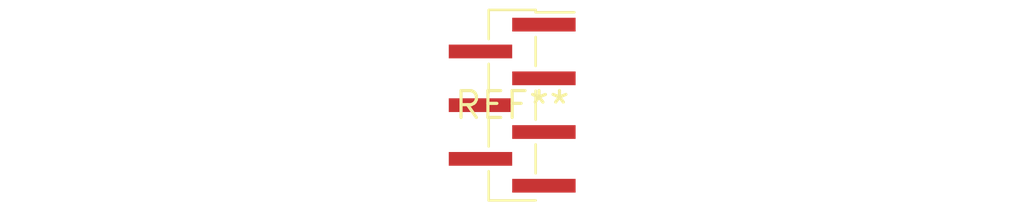
<source format=kicad_pcb>
(kicad_pcb (version 20240108) (generator pcbnew)
  (layers (0 "F.Cu" signal) (31 "B.Cu" signal) (34 "B.Paste" user) (35 "F.Paste" user) (36 "B.SilkS" user "B.Silkscreen") (37 "F.SilkS" user "F.Silkscreen") (38 "B.Mask" user) (39 "F.Mask" user) (44 "Edge.Cuts" user))
  (net 0 "")
  (footprint "PinHeader_1x07_P1.27mm_Vertical_SMD_Pin1Right" (layer "F.Cu") (at 0 0)
    (property "Reference" "REF**")
    (property "Value" "PinHeader_1x07_P1.27mm_Vertical_SMD_Pin1Right")
    (fp_line (start -1.11 -4.505) (end 1.11 -4.505) (layer "F.SilkS") (stroke (width 0.12)))
    (fp_line (start -1.11 -4.495) (end -1.11 -3.125) (layer "F.SilkS") (stroke (width 0.12)))
    (fp_line (start -1.11 -1.955) (end -1.11 -0.585) (layer "F.SilkS") (stroke (width 0.12)))
    (fp_line (start -1.11 0.585) (end -1.11 1.955) (layer "F.SilkS") (stroke (width 0.12)))
    (fp_line (start -1.11 3.125) (end -1.11 4.495) (layer "F.SilkS") (stroke (width 0.12)))
    (fp_line (start -1.11 4.395) (end -1.11 4.505) (layer "F.SilkS") (stroke (width 0.12)))
    (fp_line (start -1.11 4.505) (end 1.11 4.505) (layer "F.SilkS") (stroke (width 0.12)))
    (fp_line (start 1.11 -4.505) (end 1.11 -4.395) (layer "F.SilkS") (stroke (width 0.12)))
    (fp_line (start 1.11 -4.395) (end 2.94 -4.395) (layer "F.SilkS") (stroke (width 0.12)))
    (fp_line (start 1.11 -3.225) (end 1.11 -1.855) (layer "F.SilkS") (stroke (width 0.12)))
    (fp_line (start 1.11 -0.685) (end 1.11 0.685) (layer "F.SilkS") (stroke (width 0.12)))
    (fp_line (start 1.11 1.855) (end 1.11 3.225) (layer "F.SilkS") (stroke (width 0.12)))
    (pad "1" smd rect (at 1.5 -3.81) (size 3 0.65) (layers "F.Cu" "F.Paste" "F.Mask"))
    (pad "2" smd rect (at -1.5 -2.54) (size 3 0.65) (layers "F.Cu" "F.Paste" "F.Mask"))
    (pad "3" smd rect (at 1.5 -1.27) (size 3 0.65) (layers "F.Cu" "F.Paste" "F.Mask"))
    (pad "4" smd rect (at -1.5 0) (size 3 0.65) (layers "F.Cu" "F.Paste" "F.Mask"))
    (pad "5" smd rect (at 1.5 1.27) (size 3 0.65) (layers "F.Cu" "F.Paste" "F.Mask"))
    (pad "6" smd rect (at -1.5 2.54) (size 3 0.65) (layers "F.Cu" "F.Paste" "F.Mask"))
    (pad "7" smd rect (at 1.5 3.81) (size 3 0.65) (layers "F.Cu" "F.Paste" "F.Mask"))
  )
)
</source>
